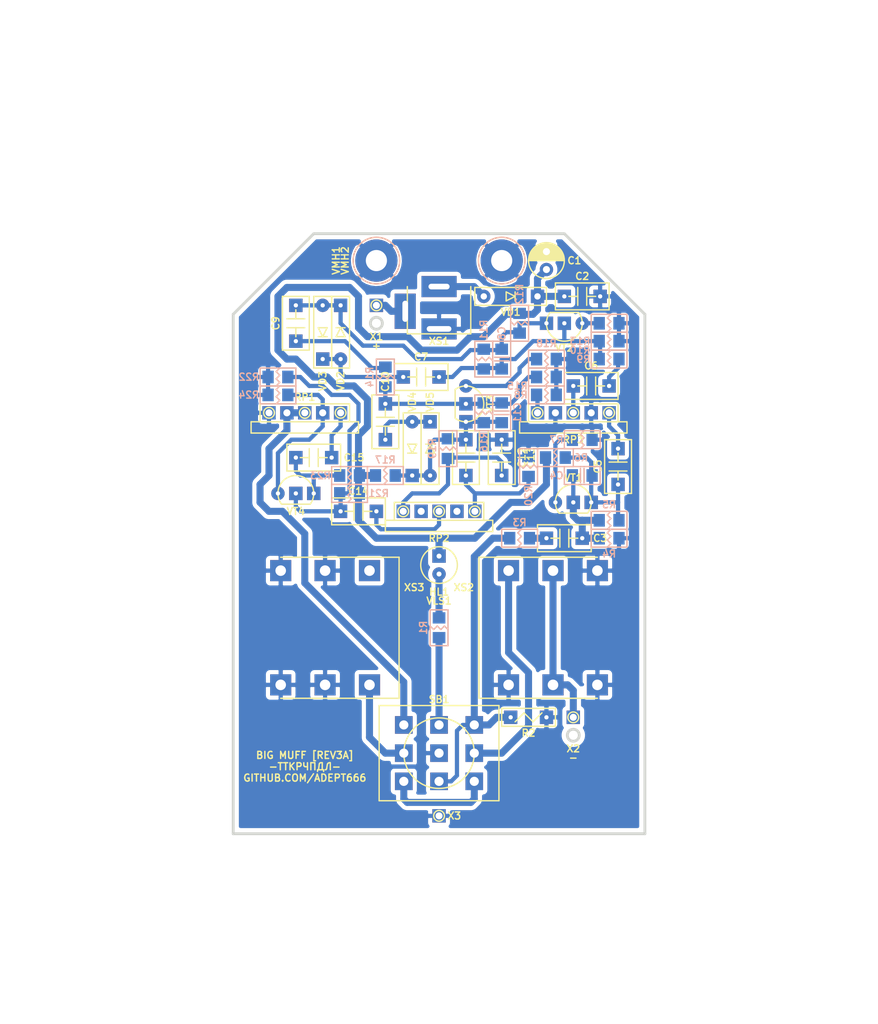
<source format=kicad_pcb>
(kicad_pcb (version 20171130) (host pcbnew 5.1.6-c6e7f7d~87~ubuntu19.10.1)
  (title_block (title "Big Muff (NYC)") (date 2022-10-16) (rev 3A) (company "Igor Ivanov") (comment 1 https://github.com/Adept666) (comment 2 "This project is licensed under GNU General Public License v3.0 or later"))
  (layers (0 F.Cu jumper) (31 B.Cu signal) (36 B.SilkS user) (37 F.SilkS user) (38 B.Mask user) (39 F.Mask user) (44 Edge.Cuts user))
  (net 0 "")
  (net 1 COM)
  (net 2 "Net-(HL1-PadC)")
  (net 3 /LED)
  (net 4 "Net-(SB1-PadNC1)")
  (net 5 /IN-CON)
  (net 6 /OUT-CON)
  (net 7 /PP3-POS)
  (net 8 /PP3-NEG)
  (net 9 "Net-(VD1-PadA)")
  (net 10 "Net-(C3-Pad2)")
  (net 11 "Net-(C4-Pad2)")
  (net 12 "Net-(C5-Pad2)")
  (net 13 "Net-(C6-Pad1)")
  (net 14 "Net-(C6-Pad2)")
  (net 15 "Net-(C7-Pad1)")
  (net 16 "Net-(C7-Pad2)")
  (net 17 "Net-(C8-Pad2)")
  (net 18 "Net-(C9-Pad2)")
  (net 19 "Net-(C10-Pad1)")
  (net 20 "Net-(C10-Pad2)")
  (net 21 "Net-(C11-Pad2)")
  (net 22 "Net-(C12-Pad2)")
  (net 23 "Net-(C13-Pad1)")
  (net 24 "Net-(C14-Pad1)")
  (net 25 "Net-(C14-Pad2)")
  (net 26 "Net-(C15-Pad1)")
  (net 27 "Net-(C15-Pad2)")
  (net 28 "Net-(R8-Pad2)")
  (net 29 "Net-(C3-Pad1)")
  (net 30 V)
  (net 31 /IN-CIR)
  (net 32 /OUT-CIR)
  (net 33 "Net-(XS3-PadTN)")
  (net 34 "Net-(R7-Pad2)")
  (net 35 "Net-(R13-Pad2)")
  (net 36 "Net-(R18-Pad2)")
  (net 37 "Net-(R24-Pad2)")
  (module SBKCL-TH-SL:RPB-20-1x17-1.6-PNL-7.4-2.8 (layer F.Cu) (at 105.41 122.12)
    (fp_text reference RP2 (at 0 15.04) (layer F.SilkS) (effects (font (thickness 0.2))))
    (fp_text value B100K)
    (pad 3 thru_hole rect (at 5.08 11.23) (size 1.9 1.9) (drill 1) (layers B.Cu B.Mask) (net 22 "Net-(C12-Pad2)"))
    (pad NC2 thru_hole rect (at 2.54 11.23) (size 1.9 1.9) (drill 1) (layers B.Cu B.Mask))
    (pad 2 thru_hole rect (at 0 11.23) (size 1.9 1.9) (drill 1) (layers B.Cu B.Mask) (net 24 "Net-(C14-Pad1)"))
    (pad NC1 thru_hole rect (at -2.54 11.23) (size 1.9 1.9) (drill 1) (layers B.Cu B.Mask))
    (pad 1 thru_hole rect (at -5.08 11.23) (size 1.9 1.9) (drill 1) (layers B.Cu B.Mask) (net 23 "Net-(C13-Pad1)"))
  )
  (module SBKCL-TH-SL:RPB-20-1x17-1.6-PNL-7.4-2.8 (layer F.Cu) (at 124.46 108.15)
    (fp_text reference RP3 (at 0 15.04) (layer F.SilkS) (effects (font (thickness 0.2))))
    (fp_text value A100K)
    (pad 3 thru_hole rect (at 5.08 11.23) (size 1.9 1.9) (drill 1) (layers B.Cu B.Mask) (net 12 "Net-(C5-Pad2)"))
    (pad NC2 thru_hole rect (at 2.54 11.23) (size 1.9 1.9) (drill 1) (layers B.Cu B.Mask) (net 1 COM))
    (pad 2 thru_hole rect (at 0 11.23) (size 1.9 1.9) (drill 1) (layers B.Cu B.Mask) (net 13 "Net-(C6-Pad1)"))
    (pad NC1 thru_hole rect (at -2.54 11.23) (size 1.9 1.9) (drill 1) (layers B.Cu B.Mask) (net 1 COM))
    (pad 1 thru_hole rect (at -5.08 11.23) (size 1.9 1.9) (drill 1) (layers B.Cu B.Mask) (net 28 "Net-(R8-Pad2)"))
  )
  (module SBKCL-TH-SL:RPB-20-1x17-1.6-PNL-7.4-2.8 (layer F.Cu) (at 86.36 108.15)
    (fp_text reference RP1 (at 0 9.0075) (layer F.SilkS) (effects (font (thickness 0.2))))
    (fp_text value A100K)
    (pad 3 thru_hole rect (at 5.08 11.23) (size 1.9 1.9) (drill 1) (layers B.Cu B.Mask) (net 27 "Net-(C15-Pad2)"))
    (pad NC2 thru_hole rect (at 2.54 11.23) (size 1.9 1.9) (drill 1) (layers B.Cu B.Mask) (net 37 "Net-(R24-Pad2)"))
    (pad 2 thru_hole rect (at 0 11.23) (size 1.9 1.9) (drill 1) (layers B.Cu B.Mask) (net 32 /OUT-CIR))
    (pad NC1 thru_hole rect (at -2.54 11.23) (size 1.9 1.9) (drill 1) (layers B.Cu B.Mask) (net 32 /OUT-CIR))
    (pad 1 thru_hole rect (at -5.08 11.23) (size 1.9 1.9) (drill 1) (layers B.Cu B.Mask) (net 1 COM))
  )
  (module KCL-TH-SL:CON-PAD-S-1.0-1.9 (layer F.Cu) (at 96.52 104.14)
    (fp_text reference X1 (at 0 4.445) (layer F.SilkS) (effects (font (thickness 0.2))))
    (fp_text value +)
    (pad 1 thru_hole rect (at 0 0) (size 1.9 1.9) (drill 1) (layers B.Cu B.Mask) (net 7 /PP3-POS))
  )
  (module KCL-TH-SL:CON-PAD-S-1.0-1.9 (layer F.Cu) (at 124.46 162.56)
    (fp_text reference X2 (at 0 4.445) (layer F.SilkS) (effects (font (thickness 0.2))))
    (fp_text value -)
    (pad 1 thru_hole rect (at 0 0) (size 1.9 1.9) (drill 1) (layers B.Cu B.Mask) (net 8 /PP3-NEG))
  )
  (module KCL-TH-SL:CON-PAD-S-1.0-1.9 (layer F.Cu) (at 105.41 176.53)
    (fp_text reference X3 (at 1.0795 0) (layer F.SilkS) (effects (font (thickness 0.2)) (justify left)))
    (fp_text value COM)
    (pad 1 thru_hole rect (at 0 0) (size 1.9 1.9) (drill 1) (layers B.Cu B.Mask) (net 1 COM))
  )
  (module KCL-TH-SL:P-TO-92-E-B-C (layer F.Cu) (at 123.19 106.68 180)
    (fp_text reference VT2 (at 0 -3.4925) (layer F.SilkS) (effects (font (thickness 0.2))))
    (fp_text value 5088)
    (pad E thru_hole circle (at -2.54 0 180) (size 1.9 1.9) (drill 0.6) (layers B.Cu B.Mask) (net 35 "Net-(R13-Pad2)"))
    (pad B thru_hole rect (at 0 0 180) (size 1.9 1.9) (drill 0.6) (layers B.Cu B.Mask) (net 15 "Net-(C7-Pad1)"))
    (pad C thru_hole rect (at 2.54 0 180) (size 1.9 1.9) (drill 0.6) (layers B.Cu B.Mask) (net 17 "Net-(C8-Pad2)"))
  )
  (module KCL-TH-SL:P-TO-92-E-B-C (layer F.Cu) (at 109.22 118.11 270)
    (fp_text reference VT3 (at 0 -3.4925 90) (layer F.SilkS) (effects (font (thickness 0.2))))
    (fp_text value 5088)
    (pad E thru_hole circle (at -2.54 0 270) (size 1.9 1.9) (drill 0.6) (layers B.Cu B.Mask) (net 36 "Net-(R18-Pad2)"))
    (pad B thru_hole rect (at 0 0 270) (size 1.9 1.9) (drill 0.6) (layers B.Cu B.Mask) (net 19 "Net-(C10-Pad1)"))
    (pad C thru_hole rect (at 2.54 0 270) (size 1.9 1.9) (drill 0.6) (layers B.Cu B.Mask) (net 21 "Net-(C11-Pad2)"))
  )
  (module KCL-TH-SL:P-TO-92-E-B-C (layer F.Cu) (at 124.46 132.08)
    (fp_text reference VT1 (at 0 -3.4925) (layer F.SilkS) (effects (font (thickness 0.2))))
    (fp_text value 5088)
    (pad C thru_hole rect (at 2.54 0) (size 1.9 1.9) (drill 0.6) (layers B.Cu B.Mask) (net 11 "Net-(C4-Pad2)"))
    (pad B thru_hole rect (at 0 0) (size 1.9 1.9) (drill 0.6) (layers B.Cu B.Mask) (net 10 "Net-(C3-Pad2)"))
    (pad E thru_hole circle (at -2.54 0) (size 1.9 1.9) (drill 0.6) (layers B.Cu B.Mask) (net 34 "Net-(R7-Pad2)"))
  )
  (module KCL-TH-SL:P-TO-92-E-B-C (layer F.Cu) (at 85.09 130.81)
    (fp_text reference VT4 (at 0 2.54) (layer F.SilkS) (effects (font (thickness 0.2))))
    (fp_text value 5088)
    (pad E thru_hole circle (at -2.54 0) (size 1.9 1.9) (drill 0.6) (layers B.Cu B.Mask) (net 37 "Net-(R24-Pad2)"))
    (pad B thru_hole rect (at 0 0) (size 1.9 1.9) (drill 0.6) (layers B.Cu B.Mask) (net 25 "Net-(C14-Pad2)"))
    (pad C thru_hole rect (at 2.54 0) (size 1.9 1.9) (drill 0.6) (layers B.Cu B.Mask) (net 26 "Net-(C15-Pad1)"))
  )
  (module KCL-TH-SL:P-DO-35 (layer F.Cu) (at 88.9 107.95 270)
    (fp_text reference VD3 (at 5.3975 0 90) (layer F.SilkS) (effects (font (thickness 0.2)) (justify right)))
    (fp_text value 6263)
    (pad C thru_hole rect (at 3.81 0 270) (size 1.9 1.9) (drill 0.6) (layers B.Cu B.Mask) (net 16 "Net-(C7-Pad2)"))
    (pad A thru_hole circle (at -3.81 0 270) (size 1.9 1.9) (drill 0.6) (layers B.Cu B.Mask) (net 17 "Net-(C8-Pad2)"))
  )
  (module KCL-TH-SL:P-DO-35 (layer F.Cu) (at 91.44 107.95 90)
    (fp_text reference VD2 (at -5.3975 0 90) (layer F.SilkS) (effects (font (thickness 0.2)) (justify right)))
    (fp_text value 6263)
    (pad C thru_hole rect (at 3.81 0 90) (size 1.9 1.9) (drill 0.6) (layers B.Cu B.Mask) (net 17 "Net-(C8-Pad2)"))
    (pad A thru_hole circle (at -3.81 0 90) (size 1.9 1.9) (drill 0.6) (layers B.Cu B.Mask) (net 16 "Net-(C7-Pad2)"))
  )
  (module KCL-TH-SL:P-DO-35 (layer F.Cu) (at 101.6 124.46 270)
    (fp_text reference VD4 (at -5.08 0 90) (layer F.SilkS) (effects (font (thickness 0.2)) (justify left)))
    (fp_text value 6263)
    (pad C thru_hole rect (at 3.81 0 270) (size 1.9 1.9) (drill 0.6) (layers B.Cu B.Mask) (net 21 "Net-(C11-Pad2)"))
    (pad A thru_hole circle (at -3.81 0 270) (size 1.9 1.9) (drill 0.6) (layers B.Cu B.Mask) (net 20 "Net-(C10-Pad2)"))
  )
  (module KCL-TH-SL:P-DO-35 (layer F.Cu) (at 104.14 124.46 90)
    (fp_text reference VD5 (at 5.08 0 90) (layer F.SilkS) (effects (font (thickness 0.2)) (justify left)))
    (fp_text value 6263)
    (pad C thru_hole rect (at 3.81 0 90) (size 1.9 1.9) (drill 0.6) (layers B.Cu B.Mask) (net 20 "Net-(C10-Pad2)"))
    (pad A thru_hole circle (at -3.81 0 90) (size 1.9 1.9) (drill 0.6) (layers B.Cu B.Mask) (net 21 "Net-(C11-Pad2)"))
  )
  (module KCL-TH-SL:C-DISK-D04.2-T03.0-P05.08-d0.5 (layer F.Cu) (at 125.73 102.87)
    (fp_text reference C2 (at 0 -2.8575) (layer F.SilkS) (effects (font (thickness 0.2))))
    (fp_text value 104)
    (pad 1 thru_hole rect (at -2.54 0) (size 1.9 1.9) (drill 0.6) (layers B.Cu B.Mask) (net 30 V))
    (pad 2 thru_hole rect (at 2.54 0) (size 1.9 1.9) (drill 0.6) (layers B.Cu B.Mask) (net 1 COM))
  )
  (module KCL-TH-SL:C-DISK-D04.2-T03.0-P05.08-d0.5 (layer F.Cu) (at 109.22 125.73 270)
    (fp_text reference C12 (at 0 -7.9375 90) (layer F.SilkS) (effects (font (thickness 0.2))))
    (fp_text value 392)
    (pad 1 thru_hole rect (at -2.54 0 270) (size 1.9 1.9) (drill 0.6) (layers B.Cu B.Mask) (net 21 "Net-(C11-Pad2)"))
    (pad 2 thru_hole rect (at 2.54 0 270) (size 1.9 1.9) (drill 0.6) (layers B.Cu B.Mask) (net 22 "Net-(C12-Pad2)"))
  )
  (module KCL-TH-SL:C-DISK-D04.2-T03.0-P05.08-d0.5 (layer F.Cu) (at 114.3 125.73 90)
    (fp_text reference C13 (at 0 4.1275 90) (layer F.SilkS) (effects (font (thickness 0.2))))
    (fp_text value 103)
    (pad 1 thru_hole rect (at -2.54 0 90) (size 1.9 1.9) (drill 0.6) (layers B.Cu B.Mask) (net 23 "Net-(C13-Pad1)"))
    (pad 2 thru_hole rect (at 2.54 0 90) (size 1.9 1.9) (drill 0.6) (layers B.Cu B.Mask) (net 1 COM))
  )
  (module KCL-TH-SL:C-DISK-D04.2-T03.0-P05.08-d0.5 (layer F.Cu) (at 127 115.57)
    (fp_text reference C6 (at 0 -2.8575) (layer F.SilkS) (effects (font (thickness 0.2))))
    (fp_text value 105)
    (pad 1 thru_hole rect (at -2.54 0) (size 1.9 1.9) (drill 0.6) (layers B.Cu B.Mask) (net 13 "Net-(C6-Pad1)"))
    (pad 2 thru_hole rect (at 2.54 0) (size 1.9 1.9) (drill 0.6) (layers B.Cu B.Mask) (net 14 "Net-(C6-Pad2)"))
  )
  (module KCL-TH-SL:C-DISK-D04.2-T03.0-P05.08-d0.5 (layer F.Cu) (at 130.81 127 90)
    (fp_text reference C5 (at 0 -2.8575 90) (layer F.SilkS) (effects (font (thickness 0.2))))
    (fp_text value 105)
    (pad 2 thru_hole rect (at 2.54 0 90) (size 1.9 1.9) (drill 0.6) (layers B.Cu B.Mask) (net 12 "Net-(C5-Pad2)"))
    (pad 1 thru_hole rect (at -2.54 0 90) (size 1.9 1.9) (drill 0.6) (layers B.Cu B.Mask) (net 11 "Net-(C4-Pad2)"))
  )
  (module KCL-TH-SL:C-DISK-D04.2-T03.0-P05.08-d0.5 (layer F.Cu) (at 123.19 137.16)
    (fp_text reference C3 (at 5.08 0) (layer F.SilkS) (effects (font (thickness 0.2))))
    (fp_text value 105)
    (pad 1 thru_hole rect (at -2.54 0) (size 1.9 1.9) (drill 0.6) (layers B.Cu B.Mask) (net 29 "Net-(C3-Pad1)"))
    (pad 2 thru_hole rect (at 2.54 0) (size 1.9 1.9) (drill 0.6) (layers B.Cu B.Mask) (net 10 "Net-(C3-Pad2)"))
  )
  (module KCL-TH-SL:C-DISK-D04.2-T03.0-P05.08-d0.5 (layer F.Cu) (at 93.98 133.35 180)
    (fp_text reference C14 (at 0 2.8575) (layer F.SilkS) (effects (font (thickness 0.2))))
    (fp_text value 105)
    (pad 2 thru_hole rect (at 2.54 0 180) (size 1.9 1.9) (drill 0.6) (layers B.Cu B.Mask) (net 25 "Net-(C14-Pad2)"))
    (pad 1 thru_hole rect (at -2.54 0 180) (size 1.9 1.9) (drill 0.6) (layers B.Cu B.Mask) (net 24 "Net-(C14-Pad1)"))
  )
  (module KCL-TH-SL:C-DISK-D04.2-T03.0-P05.08-d0.5 (layer F.Cu) (at 87.63 125.73)
    (fp_text reference C15 (at 4.1275 0) (layer F.SilkS) (effects (font (thickness 0.2)) (justify left)))
    (fp_text value 105)
    (pad 1 thru_hole rect (at -2.54 0) (size 1.9 1.9) (drill 0.6) (layers B.Cu B.Mask) (net 26 "Net-(C15-Pad1)"))
    (pad 2 thru_hole rect (at 2.54 0) (size 1.9 1.9) (drill 0.6) (layers B.Cu B.Mask) (net 27 "Net-(C15-Pad2)"))
  )
  (module KCL-TH-SL:C-DISK-D04.2-T03.0-P05.08-d0.5 (layer F.Cu) (at 97.79 120.65 270)
    (fp_text reference C10 (at -4.1275 0 90) (layer F.SilkS) (effects (font (thickness 0.2)) (justify left)))
    (fp_text value 105)
    (pad 1 thru_hole rect (at -2.54 0 270) (size 1.9 1.9) (drill 0.6) (layers B.Cu B.Mask) (net 19 "Net-(C10-Pad1)"))
    (pad 2 thru_hole rect (at 2.54 0 270) (size 1.9 1.9) (drill 0.6) (layers B.Cu B.Mask) (net 20 "Net-(C10-Pad2)"))
  )
  (module KCL-TH-SL:C-DISK-D04.2-T03.0-P05.08-d0.5 (layer F.Cu) (at 102.87 114.3 180)
    (fp_text reference C7 (at 0 2.8575) (layer F.SilkS) (effects (font (thickness 0.2))))
    (fp_text value 105)
    (pad 2 thru_hole rect (at 2.54 0 180) (size 1.9 1.9) (drill 0.6) (layers B.Cu B.Mask) (net 16 "Net-(C7-Pad2)"))
    (pad 1 thru_hole rect (at -2.54 0 180) (size 1.9 1.9) (drill 0.6) (layers B.Cu B.Mask) (net 15 "Net-(C7-Pad1)"))
  )
  (module KCL-TH-SL:C-DISK-D04.2-T03.0-P05.08-d0.5 (layer F.Cu) (at 85.09 106.68 270)
    (fp_text reference C9 (at 0 2.8575 90) (layer F.SilkS) (effects (font (thickness 0.2))))
    (fp_text value 105)
    (pad 1 thru_hole rect (at -2.54 0 270) (size 1.9 1.9) (drill 0.6) (layers B.Cu B.Mask) (net 17 "Net-(C8-Pad2)"))
    (pad 2 thru_hole rect (at 2.54 0 270) (size 1.9 1.9) (drill 0.6) (layers B.Cu B.Mask) (net 18 "Net-(C9-Pad2)"))
  )
  (module SBEL:B013_D1 (layer F.Cu) (at 105.41 148.59)
    (fp_text reference VE1 hide)
    (fp_text value B013 hide)
  )
  (module KCL-TH-SL:P-DO-41 (layer F.Cu) (at 115.57 102.87)
    (fp_text reference VD1 (at 0 2.2225) (layer F.SilkS) (effects (font (thickness 0.2))))
    (fp_text value 5817)
    (pad A thru_hole circle (at -3.81 0) (size 1.9 1.9) (drill 0.9) (layers B.Cu B.Mask) (net 9 "Net-(VD1-PadA)"))
    (pad C thru_hole rect (at 3.81 0) (size 1.9 1.9) (drill 0.9) (layers B.Cu B.Mask) (net 30 V))
  )
  (module KCL-SM:C-SM-1206 (layer B.Cu) (at 114.3 111.76 90)
    (fp_text reference C8 (at 2.54 0 90) (layer B.SilkS) (effects (font (thickness 0.2)) (justify right mirror)))
    (fp_text value 471)
    (pad 2 smd rect (at 1.4 0 90) (size 1.6 1.8) (layers B.Cu B.Mask) (net 17 "Net-(C8-Pad2)"))
    (pad 1 smd rect (at -1.4 0 90) (size 1.6 1.8) (layers B.Cu B.Mask) (net 15 "Net-(C7-Pad1)"))
  )
  (module KCL-SM:C-SM-1206 (layer B.Cu) (at 114.3 119.38 270)
    (fp_text reference C11 (at 0 -2.2225 270) (layer B.SilkS) (effects (font (thickness 0.2)) (justify mirror)))
    (fp_text value 471)
    (pad 2 smd rect (at 1.4 0 270) (size 1.6 1.8) (layers B.Cu B.Mask) (net 21 "Net-(C11-Pad2)"))
    (pad 1 smd rect (at -1.4 0 270) (size 1.6 1.8) (layers B.Cu B.Mask) (net 19 "Net-(C10-Pad1)"))
  )
  (module KCL-SM:C-SM-1206 (layer B.Cu) (at 125.73 128.27)
    (fp_text reference C4 (at -2.54 0) (layer B.SilkS) (effects (font (thickness 0.2)) (justify left mirror)))
    (fp_text value 471)
    (pad 2 smd rect (at 1.4 0) (size 1.6 1.8) (layers B.Cu B.Mask) (net 11 "Net-(C4-Pad2)"))
    (pad 1 smd rect (at -1.4 0) (size 1.6 1.8) (layers B.Cu B.Mask) (net 10 "Net-(C3-Pad2)"))
  )
  (module KCL-SM:R-SM-1206 (layer B.Cu) (at 129.54 134.62)
    (fp_text reference R5 (at 0 -2.2225) (layer B.SilkS) (effects (font (thickness 0.2)) (justify mirror)))
    (fp_text value 514)
    (pad 2 smd rect (at 1.4 0) (size 1.6 1.8) (layers B.Cu B.Mask) (net 11 "Net-(C4-Pad2)"))
    (pad 1 smd rect (at -1.4 0) (size 1.6 1.8) (layers B.Cu B.Mask) (net 10 "Net-(C3-Pad2)"))
  )
  (module KCL-SM:R-SM-1206 (layer B.Cu) (at 129.54 137.16 180)
    (fp_text reference R4 (at 0 -2.2225) (layer B.SilkS) (effects (font (thickness 0.2)) (justify mirror)))
    (fp_text value 104)
    (pad 2 smd rect (at 1.4 0 180) (size 1.6 1.8) (layers B.Cu B.Mask) (net 10 "Net-(C3-Pad2)"))
    (pad 1 smd rect (at -1.4 0 180) (size 1.6 1.8) (layers B.Cu B.Mask) (net 1 COM))
  )
  (module KCL-SM:R-SM-1206 (layer B.Cu) (at 116.84 137.16)
    (fp_text reference R3 (at 0 -2.2225) (layer B.SilkS) (effects (font (thickness 0.2)) (justify mirror)))
    (fp_text value 393)
    (pad 2 smd rect (at 1.4 0) (size 1.6 1.8) (layers B.Cu B.Mask) (net 29 "Net-(C3-Pad1)"))
    (pad 1 smd rect (at -1.4 0) (size 1.6 1.8) (layers B.Cu B.Mask) (net 31 /IN-CIR))
  )
  (module KCL-SM:R-SM-1206 (layer B.Cu) (at 121.92 125.73 180)
    (fp_text reference R6 (at -2.54 0 180) (layer B.SilkS) (effects (font (thickness 0.2)) (justify right mirror)))
    (fp_text value 103)
    (pad 2 smd rect (at 1.4 0 180) (size 1.6 1.8) (layers B.Cu B.Mask) (net 30 V))
    (pad 1 smd rect (at -1.4 0 180) (size 1.6 1.8) (layers B.Cu B.Mask) (net 11 "Net-(C4-Pad2)"))
  )
  (module KCL-SM:R-SM-1206 (layer B.Cu) (at 118.11 127 90)
    (fp_text reference R20 (at -2.54 0 90) (layer B.SilkS) (effects (font (thickness 0.2)) (justify left mirror)))
    (fp_text value 223)
    (pad 2 smd rect (at 1.4 0 90) (size 1.6 1.8) (layers B.Cu B.Mask) (net 1 COM))
    (pad 1 smd rect (at -1.4 0 90) (size 1.6 1.8) (layers B.Cu B.Mask) (net 22 "Net-(C12-Pad2)"))
  )
  (module KCL-SM:R-SM-1206 (layer B.Cu) (at 125.73 123.19 180)
    (fp_text reference R7 (at 2.54 0 180) (layer B.SilkS) (effects (font (thickness 0.2)) (justify left mirror)))
    (fp_text value 101)
    (pad 2 smd rect (at 1.4 0 180) (size 1.6 1.8) (layers B.Cu B.Mask) (net 34 "Net-(R7-Pad2)"))
    (pad 1 smd rect (at -1.4 0 180) (size 1.6 1.8) (layers B.Cu B.Mask) (net 1 COM))
  )
  (module KCL-SM:R-SM-1206 (layer B.Cu) (at 129.54 106.68 180)
    (fp_text reference R13 (at 2.54 -2.54 180) (layer B.SilkS) (effects (font (thickness 0.2)) (justify left mirror)))
    (fp_text value 391)
    (pad 2 smd rect (at 1.4 0 180) (size 1.6 1.8) (layers B.Cu B.Mask) (net 35 "Net-(R13-Pad2)"))
    (pad 1 smd rect (at -1.4 0 180) (size 1.6 1.8) (layers B.Cu B.Mask) (net 1 COM))
  )
  (module KCL-SM:R-SM-1206 (layer B.Cu) (at 129.54 109.22 180)
    (fp_text reference R10 (at 2.54 -1.27) (layer B.SilkS) (effects (font (thickness 0.2)) (justify left mirror)))
    (fp_text value 104)
    (pad 2 smd rect (at 1.4 0 180) (size 1.6 1.8) (layers B.Cu B.Mask) (net 15 "Net-(C7-Pad1)"))
    (pad 1 smd rect (at -1.4 0 180) (size 1.6 1.8) (layers B.Cu B.Mask) (net 1 COM))
  )
  (module KCL-SM:R-SM-1206 (layer B.Cu) (at 129.54 111.76 180)
    (fp_text reference R9 (at 2.54 0) (layer B.SilkS) (effects (font (thickness 0.2)) (justify left mirror)))
    (fp_text value 103)
    (pad 2 smd rect (at 1.4 0 180) (size 1.6 1.8) (layers B.Cu B.Mask) (net 15 "Net-(C7-Pad1)"))
    (pad 1 smd rect (at -1.4 0 180) (size 1.6 1.8) (layers B.Cu B.Mask) (net 14 "Net-(C6-Pad2)"))
  )
  (module KCL-SM:R-SM-1206 (layer B.Cu) (at 120.65 116.84 180)
    (fp_text reference R8 (at 2.54 0) (layer B.SilkS) (effects (font (thickness 0.2)) (justify left mirror)))
    (fp_text value 182)
    (pad 2 smd rect (at 1.4 0 180) (size 1.6 1.8) (layers B.Cu B.Mask) (net 28 "Net-(R8-Pad2)"))
    (pad 1 smd rect (at -1.4 0 180) (size 1.6 1.8) (layers B.Cu B.Mask) (net 1 COM))
  )
  (module KCL-SM:R-SM-1206 (layer B.Cu) (at 120.65 114.3 180)
    (fp_text reference R15 (at 2.54 -1.27) (layer B.SilkS) (effects (font (thickness 0.2)) (justify left mirror)))
    (fp_text value 104)
    (pad 2 smd rect (at 1.4 0 180) (size 1.6 1.8) (layers B.Cu B.Mask) (net 19 "Net-(C10-Pad1)"))
    (pad 1 smd rect (at -1.4 0 180) (size 1.6 1.8) (layers B.Cu B.Mask) (net 1 COM))
  )
  (module KCL-SM:R-SM-1206 (layer B.Cu) (at 120.65 111.76 180)
    (fp_text reference R18 (at 0 2.2225 180) (layer B.SilkS) (effects (font (thickness 0.2)) (justify mirror)))
    (fp_text value 391)
    (pad 2 smd rect (at 1.4 0 180) (size 1.6 1.8) (layers B.Cu B.Mask) (net 36 "Net-(R18-Pad2)"))
    (pad 1 smd rect (at -1.4 0 180) (size 1.6 1.8) (layers B.Cu B.Mask) (net 1 COM))
  )
  (module KCL-SM:R-SM-1206 (layer B.Cu) (at 116.84 106.68 90)
    (fp_text reference R12 (at 2.54 0 90) (layer B.SilkS) (effects (font (thickness 0.2)) (justify right mirror)))
    (fp_text value 103)
    (pad 2 smd rect (at 1.4 0 90) (size 1.6 1.8) (layers B.Cu B.Mask) (net 30 V))
    (pad 1 smd rect (at -1.4 0 90) (size 1.6 1.8) (layers B.Cu B.Mask) (net 17 "Net-(C8-Pad2)"))
  )
  (module KCL-SM:R-SM-1206 (layer B.Cu) (at 111.76 111.76 90)
    (fp_text reference R11 (at 2.54 0 90) (layer B.SilkS) (effects (font (thickness 0.2)) (justify right mirror)))
    (fp_text value 474)
    (pad 2 smd rect (at 1.4 0 90) (size 1.6 1.8) (layers B.Cu B.Mask) (net 17 "Net-(C8-Pad2)"))
    (pad 1 smd rect (at -1.4 0 90) (size 1.6 1.8) (layers B.Cu B.Mask) (net 15 "Net-(C7-Pad1)"))
  )
  (module KCL-SM:R-SM-1206 (layer B.Cu) (at 111.76 119.38 270)
    (fp_text reference R16 (at 2.54 0 90) (layer B.SilkS) (effects (font (thickness 0.2)) (justify left mirror)))
    (fp_text value 474)
    (pad 2 smd rect (at 1.4 0 270) (size 1.6 1.8) (layers B.Cu B.Mask) (net 21 "Net-(C11-Pad2)"))
    (pad 1 smd rect (at -1.4 0 270) (size 1.6 1.8) (layers B.Cu B.Mask) (net 19 "Net-(C10-Pad1)"))
  )
  (module KCL-SM:R-SM-1206 (layer B.Cu) (at 97.79 114.3 270)
    (fp_text reference R14 (at 0 2.2225 90) (layer B.SilkS) (effects (font (thickness 0.2)) (justify mirror)))
    (fp_text value 103)
    (pad 2 smd rect (at 1.4 0 270) (size 1.6 1.8) (layers B.Cu B.Mask) (net 19 "Net-(C10-Pad1)"))
    (pad 1 smd rect (at -1.4 0 270) (size 1.6 1.8) (layers B.Cu B.Mask) (net 18 "Net-(C9-Pad2)"))
  )
  (module KCL-SM:R-SM-1206 (layer B.Cu) (at 106.68 124.46 270)
    (fp_text reference R19 (at 0 2.2225 270) (layer B.SilkS) (effects (font (thickness 0.2)) (justify mirror)))
    (fp_text value 223)
    (pad 2 smd rect (at 1.4 0 270) (size 1.6 1.8) (layers B.Cu B.Mask) (net 23 "Net-(C13-Pad1)"))
    (pad 1 smd rect (at -1.4 0 270) (size 1.6 1.8) (layers B.Cu B.Mask) (net 21 "Net-(C11-Pad2)"))
  )
  (module KCL-SM:R-SM-1206 (layer B.Cu) (at 97.79 128.27 180)
    (fp_text reference R17 (at 0 2.2225) (layer B.SilkS) (effects (font (thickness 0.2)) (justify mirror)))
    (fp_text value 103)
    (pad 1 smd rect (at -1.4 0 180) (size 1.6 1.8) (layers B.Cu B.Mask) (net 21 "Net-(C11-Pad2)"))
    (pad 2 smd rect (at 1.4 0 180) (size 1.6 1.8) (layers B.Cu B.Mask) (net 30 V))
  )
  (module KCL-SM:R-SM-1206 (layer B.Cu) (at 92.71 128.27)
    (fp_text reference R23 (at -2.54 0) (layer B.SilkS) (effects (font (thickness 0.2)) (justify left mirror)))
    (fp_text value 103)
    (pad 2 smd rect (at 1.4 0) (size 1.6 1.8) (layers B.Cu B.Mask) (net 30 V))
    (pad 1 smd rect (at -1.4 0) (size 1.6 1.8) (layers B.Cu B.Mask) (net 26 "Net-(C15-Pad1)"))
  )
  (module KCL-SM:R-SM-1206 (layer B.Cu) (at 92.71 130.81)
    (fp_text reference R21 (at 2.54 0) (layer B.SilkS) (effects (font (thickness 0.2)) (justify right mirror)))
    (fp_text value 474)
    (pad 2 smd rect (at 1.4 0) (size 1.6 1.8) (layers B.Cu B.Mask) (net 30 V))
    (pad 1 smd rect (at -1.4 0) (size 1.6 1.8) (layers B.Cu B.Mask) (net 25 "Net-(C14-Pad2)"))
  )
  (module KCL-SM:R-SM-1206 (layer B.Cu) (at 82.55 114.3)
    (fp_text reference R22 (at -2.54 0) (layer B.SilkS) (effects (font (thickness 0.2)) (justify left mirror)))
    (fp_text value 104)
    (pad 2 smd rect (at 1.4 0) (size 1.6 1.8) (layers B.Cu B.Mask) (net 25 "Net-(C14-Pad2)"))
    (pad 1 smd rect (at -1.4 0) (size 1.6 1.8) (layers B.Cu B.Mask) (net 1 COM))
  )
  (module KCL-SM:R-SM-1206 (layer B.Cu) (at 82.55 116.84)
    (fp_text reference R24 (at -2.54 0) (layer B.SilkS) (effects (font (thickness 0.2)) (justify left mirror)))
    (fp_text value 202)
    (pad 2 smd rect (at 1.4 0) (size 1.6 1.8) (layers B.Cu B.Mask) (net 37 "Net-(R24-Pad2)"))
    (pad 1 smd rect (at -1.4 0) (size 1.6 1.8) (layers B.Cu B.Mask) (net 1 COM))
  )
  (module KCL-TH-SL:R-MFR-12 (layer F.Cu) (at 118.11 162.56 180)
    (fp_text reference R2 (at 0 -2.2225) (layer F.SilkS) (effects (font (thickness 0.2))))
    (fp_text value 105)
    (pad 2 thru_hole rect (at 2.54 0 180) (size 1.9 1.9) (drill 0.6) (layers B.Cu B.Mask) (net 31 /IN-CIR))
    (pad 1 thru_hole rect (at -2.54 0 180) (size 1.9 1.9) (drill 0.6) (layers B.Cu B.Mask) (net 1 COM))
  )
  (module KCL-SM:R-SM-1206 (layer B.Cu) (at 105.41 149.86 90)
    (fp_text reference R1 (at 0 -2.2225 90) (layer B.SilkS) (effects (font (thickness 0.2)) (justify mirror)))
    (fp_text value 103)
    (pad 2 smd rect (at 1.4 0 90) (size 1.6 1.8) (layers B.Cu B.Mask) (net 2 "Net-(HL1-PadC)"))
    (pad 1 smd rect (at -1.4 0 90) (size 1.6 1.8) (layers B.Cu B.Mask) (net 3 /LED))
  )
  (module KCL-TH-SL:CP-RADIAL-D05.0-P02.0-CLS (layer F.Cu) (at 120.65 97.79 90)
    (fp_text reference C1 (at 0 2.8575 180) (layer F.SilkS) (effects (font (thickness 0.2)) (justify left)))
    (fp_text value 106)
    (pad + thru_hole circle (at -1.27 0 90) (size 1.9 1.9) (drill 1) (layers B.Cu B.Mask) (net 30 V))
    (pad - thru_hole rect (at 1.27 0 90) (size 1.9 1.9) (drill 1) (layers B.Cu B.Mask) (net 1 COM))
  )
  (module KCL-VIRTUAL:VLS-BR (layer F.Cu) (at 105.41 140.97)
    (fp_text reference VLS1 (at 0 5.08) (layer F.SilkS) (effects (font (thickness 0.2))))
    (fp_text value BR-17.8)
  )
  (module KCL-TH-SL:LED-ROUND-05.0-UNI-SH-SPACER-PNL-5.3 (layer F.Cu) (at 105.41 140.97 90)
    (fp_text reference HL1 (at -3.81 0 180) (layer F.SilkS) (effects (font (thickness 0.2))))
    (fp_text value FYL-5013UWC)
    (pad C thru_hole circle (at -1.27 0 90) (size 1.9 1.9) (drill 0.7) (layers B.Cu B.Mask) (net 2 "Net-(HL1-PadC)"))
    (pad A thru_hole rect (at 1.27 0 90) (size 1.9 1.9) (drill 0.7) (layers B.Cu B.Mask) (net 30 V))
  )
  (module KCL-TH-SL:SW-PBS-24-302SP-2.5-PNL-13.0 (layer F.Cu) (at 105.41 167.64)
    (fp_text reference SB1 (at 0 -7.62) (layer F.SilkS) (effects (font (thickness 0.2))))
    (fp_text value PBS-24-302SP)
    (pad COM3 thru_hole rect (at 5 0) (size 2.5 2.5) (drill 1.3) (layers B.Cu B.Mask) (net 5 /IN-CON))
    (pad NC3 thru_hole rect (at 5 4) (size 2.5 2.5) (drill 1.3) (layers B.Cu B.Mask) (net 4 "Net-(SB1-PadNC1)"))
    (pad NO3 thru_hole rect (at 5 -4) (size 2.5 2.5) (drill 1.3) (layers B.Cu B.Mask) (net 31 /IN-CIR))
    (pad COM2 thru_hole rect (at 0 0) (size 2.5 2.5) (drill 1.3) (layers B.Cu B.Mask) (net 1 COM))
    (pad NC2 thru_hole rect (at 0 4) (size 2.5 2.5) (drill 1.3) (layers B.Cu B.Mask) (net 31 /IN-CIR))
    (pad NO2 thru_hole rect (at 0 -4) (size 2.5 2.5) (drill 1.3) (layers B.Cu B.Mask) (net 3 /LED))
    (pad NO1 thru_hole rect (at -5 -4) (size 2.5 2.5) (drill 1.3) (layers B.Cu B.Mask) (net 32 /OUT-CIR))
    (pad COM1 thru_hole rect (at -5 0) (size 2.5 2.5) (drill 1.3) (layers B.Cu B.Mask) (net 6 /OUT-CON))
    (pad NC1 thru_hole rect (at -5 4) (size 2.5 2.5) (drill 1.3) (layers B.Cu B.Mask) (net 4 "Net-(SB1-PadNC1)"))
  )
  (module KCL-TH-SL:CON-PJ-644C (layer F.Cu) (at 78.74 149.86 270)
    (fp_text reference XS3 (at -5.715 -21.59) (layer F.SilkS) (effects (font (thickness 0.2)) (justify left)))
    (fp_text value PJ-644C)
    (pad TN thru_hole rect (at -8.1 -16.8 270) (size 3 3) (drill 1.5) (layers B.Cu B.Mask) (net 33 "Net-(XS3-PadTN)"))
    (pad RN thru_hole rect (at -8.1 -10.5 270) (size 3 3) (drill 1.5) (layers B.Cu B.Mask) (net 1 COM))
    (pad SN thru_hole rect (at -8.1 -4.2 270) (size 3 3) (drill 1.5) (layers B.Cu B.Mask) (net 1 COM))
    (pad T thru_hole rect (at 8.1 -16.8 270) (size 3 3) (drill 1.5) (layers B.Cu B.Mask) (net 6 /OUT-CON))
    (pad R thru_hole rect (at 8.1 -10.5 270) (size 3 3) (drill 1.5) (layers B.Cu B.Mask) (net 1 COM))
    (pad S thru_hole rect (at 8.1 -4.2 270) (size 3 3) (drill 1.5) (layers B.Cu B.Mask) (net 1 COM))
  )
  (module KCL-TH-SL:CON-PJ-644C (layer F.Cu) (at 132.08 149.86 90)
    (fp_text reference XS2 (at 5.715 -21.59 180) (layer F.SilkS) (effects (font (thickness 0.2)) (justify right)))
    (fp_text value PJ-644C)
    (pad TN thru_hole rect (at -8.1 -16.8 90) (size 3 3) (drill 1.5) (layers B.Cu B.Mask) (net 1 COM))
    (pad RN thru_hole rect (at -8.1 -10.5 90) (size 3 3) (drill 1.5) (layers B.Cu B.Mask) (net 8 /PP3-NEG))
    (pad SN thru_hole rect (at -8.1 -4.2 90) (size 3 3) (drill 1.5) (layers B.Cu B.Mask) (net 1 COM))
    (pad T thru_hole rect (at 8.1 -16.8 90) (size 3 3) (drill 1.5) (layers B.Cu B.Mask) (net 5 /IN-CON))
    (pad R thru_hole rect (at 8.1 -10.5 90) (size 3 3) (drill 1.5) (layers B.Cu B.Mask) (net 8 /PP3-NEG))
    (pad S thru_hole rect (at 8.1 -4.2 90) (size 3 3) (drill 1.5) (layers B.Cu B.Mask) (net 1 COM))
  )
  (module KCL-TH-SL:CON-DC-005 (layer F.Cu) (at 105.41 93.98 180)
    (fp_text reference XS1 (at 0 -15.24) (layer F.SilkS) (effects (font (thickness 0.2))))
    (fp_text value DC-005)
    (pad C thru_hole rect (at 0 -13.5 180) (size 5 3) (drill oval 3.5 0.8) (layers B.Cu B.Mask) (net 1 COM))
    (pad SN thru_hole rect (at 4.8 -11 180) (size 3 5) (drill oval 0.8 3) (layers B.Cu B.Mask) (net 7 /PP3-POS))
    (pad S thru_hole rect (at 0 -7.5 180) (size 5 3) (drill oval 3 0.8) (layers B.Cu B.Mask) (net 9 "Net-(VD1-PadA)"))
  )
  (module KCL-TH-SL:VMH-STA-DA5-PNL-3.0 (layer F.Cu) (at 114.3 97.79)
    (fp_text reference VMH2 (at -22.225 0 90) (layer F.SilkS) (effects (font (thickness 0.2))))
    (fp_text value DI5M3x20)
    (pad 0 thru_hole circle (at 0 0) (size 6 6) (drill 3) (layers B.Cu B.Mask) (net 1 COM))
  )
  (module KCL-TH-SL:VMH-STA-DA5-PNL-3.0 (layer F.Cu) (at 96.52 97.79)
    (fp_text reference VMH1 (at -5.715 0 90) (layer F.SilkS) (effects (font (thickness 0.2))))
    (fp_text value DI5M3x20)
    (pad 0 thru_hole circle (at 0 0) (size 6 6) (drill 3) (layers B.Cu B.Mask) (net 1 COM))
  )
  (module KCL:B-PP3-HV (layer F.Cu) (at 105.41 187.96)
    (fp_text reference GB1 hide)
    (fp_text value PP3 hide)
  )
  (gr_text - (at 124.46 168.275) (layer F.SilkS) (effects (font (size 1 1) (thickness 0.2))))
  (gr_text + (at 96.52 109.855) (layer F.SilkS) (effects (font (size 1 1) (thickness 0.2))))
  (gr_text "BIG MUFF [REV3A]\n-ТТКРЧПДЛ-\nGITHUB.COM/ADEPT666" (at 86.36 169.545) (layer F.SilkS) (effects (font (size 1 1) (thickness 0.2))))
  (gr_circle (center 124.46 165.1) (end 125.31 165.1) (layer Edge.Cuts) (width 0.4))
  (gr_circle (center 96.52 106.68) (end 97.37 106.68) (layer Edge.Cuts) (width 0.4))
  (gr_line (start 123.19 93.98) (end 134.62 105.41) (layer Edge.Cuts) (width 0.4))
  (gr_line (start 76.2 105.41) (end 87.63 93.98) (layer Edge.Cuts) (width 0.4))
  (gr_line (start 134.62 105.41) (end 134.62 179.07) (layer Edge.Cuts) (width 0.4))
  (gr_line (start 76.2 105.41) (end 76.2 179.07) (layer Edge.Cuts) (width 0.4))
  (gr_line (start 76.2 179.07) (end 134.62 179.07) (layer Edge.Cuts) (width 0.4))
  (gr_line (start 87.63 93.98) (end 123.19 93.98) (layer Edge.Cuts) (width 0.4))
  (segment (start 98.425 169.545) (end 102.235 169.545) (width 0.6) (layer B.Cu) (net 1))
  (segment (start 105.41 148.46) (end 105.41 142.24) (width 1) (layer B.Cu) (net 2))
  (segment (start 105.41 163.64) (end 105.41 151.26) (width 1) (layer B.Cu) (net 3))
  (segment (start 110.41 174.14) (end 110.41 171.64) (width 1) (layer B.Cu) (net 4))
  (segment (start 109.925 174.625) (end 110.41 174.14) (width 1) (layer B.Cu) (net 4))
  (segment (start 100.895 174.625) (end 109.925 174.625) (width 1) (layer B.Cu) (net 4))
  (segment (start 100.41 174.14) (end 100.895 174.625) (width 1) (layer B.Cu) (net 4))
  (segment (start 100.41 171.64) (end 100.41 174.14) (width 1) (layer B.Cu) (net 4))
  (segment (start 114.3 167.64) (end 110.41 167.64) (width 1) (layer B.Cu) (net 5))
  (segment (start 118.11 163.83) (end 114.3 167.64) (width 1) (layer B.Cu) (net 5))
  (segment (start 118.11 156.21) (end 118.11 163.83) (width 1) (layer B.Cu) (net 5))
  (segment (start 115.28 153.38) (end 118.11 156.21) (width 1) (layer B.Cu) (net 5))
  (segment (start 115.28 141.76) (end 115.28 153.38) (width 1) (layer B.Cu) (net 5))
  (segment (start 100.41 167.64) (end 97.79 167.64) (width 1) (layer B.Cu) (net 6))
  (segment (start 95.54 165.39) (end 97.79 167.64) (width 1) (layer B.Cu) (net 6))
  (segment (start 95.54 157.96) (end 95.54 165.39) (width 1) (layer B.Cu) (net 6))
  (segment (start 100.61 104.98) (end 98.63 104.98) (width 1) (layer B.Cu) (net 7))
  (segment (start 98.63 104.98) (end 97.79 104.14) (width 1) (layer B.Cu) (net 7))
  (segment (start 97.79 104.14) (end 96.52 104.14) (width 1) (layer B.Cu) (net 7))
  (segment (start 121.58 141.76) (end 121.58 157.96) (width 1) (layer B.Cu) (net 8))
  (segment (start 124.46 158.75) (end 124.46 162.56) (width 1) (layer B.Cu) (net 8))
  (segment (start 123.67 157.96) (end 124.46 158.75) (width 1) (layer B.Cu) (net 8))
  (segment (start 121.58 157.96) (end 123.67 157.96) (width 1) (layer B.Cu) (net 8))
  (segment (start 105.41 101.48) (end 110.37 101.48) (width 1) (layer B.Cu) (net 9))
  (segment (start 110.37 101.48) (end 111.76 102.87) (width 1) (layer B.Cu) (net 9))
  (segment (start 124.46 128.27) (end 124.46 132.08) (width 0.6) (layer B.Cu) (net 10))
  (segment (start 128.14 137.16) (end 125.73 137.16) (width 1) (layer B.Cu) (net 10))
  (segment (start 125.73 134.62) (end 125.73 137.16) (width 1) (layer B.Cu) (net 10))
  (segment (start 128.14 134.62) (end 125.73 134.62) (width 1) (layer B.Cu) (net 10))
  (segment (start 124.46 133.985) (end 125.095 134.62) (width 1) (layer B.Cu) (net 10))
  (segment (start 124.46 132.08) (end 124.46 133.985) (width 1) (layer B.Cu) (net 10))
  (segment (start 125.095 134.62) (end 125.73 134.62) (width 1) (layer B.Cu) (net 10))
  (segment (start 127 132.08) (end 130.81 132.08) (width 0.6) (layer B.Cu) (net 11))
  (segment (start 130.81 132.08) (end 130.81 129.54) (width 0.6) (layer B.Cu) (net 11))
  (segment (start 130.81 132.08) (end 130.81 134.62) (width 0.6) (layer B.Cu) (net 11))
  (segment (start 127 126.365) (end 127 132.08) (width 0.6) (layer B.Cu) (net 11))
  (segment (start 126.365 125.73) (end 127 126.365) (width 0.6) (layer B.Cu) (net 11))
  (segment (start 123.32 125.73) (end 126.365 125.73) (width 0.6) (layer B.Cu) (net 11))
  (segment (start 130.81 122.555) (end 130.81 124.46) (width 0.6) (layer B.Cu) (net 12))
  (segment (start 129.54 121.285) (end 130.81 122.555) (width 0.6) (layer B.Cu) (net 12))
  (segment (start 129.54 119.38) (end 129.54 121.285) (width 0.6) (layer B.Cu) (net 12))
  (segment (start 124.46 115.57) (end 124.46 119.38) (width 0.6) (layer B.Cu) (net 13))
  (segment (start 129.54 115.57) (end 129.54 114.3) (width 0.6) (layer B.Cu) (net 14))
  (segment (start 129.54 114.3) (end 130.81 113.03) (width 0.6) (layer B.Cu) (net 14))
  (segment (start 130.81 113.03) (end 130.81 111.76) (width 0.6) (layer B.Cu) (net 14))
  (segment (start 108.585 113.03) (end 111.76 113.03) (width 0.6) (layer B.Cu) (net 15))
  (segment (start 111.76 113.03) (end 114.3 113.03) (width 0.6) (layer B.Cu) (net 15))
  (segment (start 128.27 109.22) (end 128.27 111.76) (width 0.6) (layer B.Cu) (net 15))
  (segment (start 128.14 109.22) (end 123.19 109.22) (width 0.6) (layer B.Cu) (net 15))
  (segment (start 123.19 106.68) (end 123.19 109.22) (width 0.6) (layer B.Cu) (net 15))
  (segment (start 118.745 109.22) (end 123.19 109.22) (width 0.6) (layer B.Cu) (net 15))
  (segment (start 116.205 111.76) (end 118.745 109.22) (width 0.6) (layer B.Cu) (net 15))
  (segment (start 114.3 111.76) (end 116.205 111.76) (width 0.6) (layer B.Cu) (net 15))
  (segment (start 114.3 113.03) (end 114.3 111.76) (width 0.6) (layer B.Cu) (net 15))
  (segment (start 107.315 114.3) (end 108.585 113.03) (width 0.6) (layer B.Cu) (net 15))
  (segment (start 105.41 114.3) (end 107.315 114.3) (width 0.6) (layer B.Cu) (net 15))
  (segment (start 88.9 111.76) (end 91.44 111.76) (width 0.6) (layer B.Cu) (net 16))
  (segment (start 91.44 111.76) (end 91.44 113.665) (width 0.6) (layer B.Cu) (net 16))
  (segment (start 91.44 113.665) (end 92.075 114.3) (width 0.6) (layer B.Cu) (net 16))
  (segment (start 92.075 114.3) (end 100.33 114.3) (width 0.6) (layer B.Cu) (net 16))
  (segment (start 109.855 110.49) (end 111.76 110.49) (width 0.6) (layer B.Cu) (net 17))
  (segment (start 111.76 110.49) (end 114.3 110.49) (width 0.6) (layer B.Cu) (net 17))
  (segment (start 91.44 104.14) (end 88.9 104.14) (width 0.6) (layer B.Cu) (net 17))
  (segment (start 85.09 104.14) (end 88.9 104.14) (width 0.6) (layer B.Cu) (net 17))
  (segment (start 114.3 110.49) (end 114.3 108.585) (width 0.6) (layer B.Cu) (net 17))
  (segment (start 94.615 109.855) (end 91.44 106.68) (width 0.6) (layer B.Cu) (net 17))
  (segment (start 100.33 109.855) (end 94.615 109.855) (width 0.6) (layer B.Cu) (net 17))
  (segment (start 102.235 111.76) (end 100.33 109.855) (width 0.6) (layer B.Cu) (net 17))
  (segment (start 91.44 106.68) (end 91.44 104.14) (width 0.6) (layer B.Cu) (net 17))
  (segment (start 108.585 111.76) (end 102.235 111.76) (width 0.6) (layer B.Cu) (net 17))
  (segment (start 109.855 110.49) (end 108.585 111.76) (width 0.6) (layer B.Cu) (net 17))
  (segment (start 114.935 107.95) (end 114.3 108.585) (width 0.6) (layer B.Cu) (net 17))
  (segment (start 116.84 107.95) (end 114.935 107.95) (width 0.6) (layer B.Cu) (net 17))
  (segment (start 116.84 106.68) (end 116.84 107.95) (width 0.6) (layer B.Cu) (net 17))
  (segment (start 120.65 106.68) (end 116.84 106.68) (width 0.6) (layer B.Cu) (net 17))
  (segment (start 95.885 113.03) (end 97.79 113.03) (width 0.6) (layer B.Cu) (net 18))
  (segment (start 92.075 109.22) (end 95.885 113.03) (width 0.6) (layer B.Cu) (net 18))
  (segment (start 85.09 109.22) (end 92.075 109.22) (width 0.6) (layer B.Cu) (net 18))
  (segment (start 114.3 118.11) (end 115.57 118.11) (width 0.6) (layer B.Cu) (net 19))
  (segment (start 111.76 118.11) (end 114.3 118.11) (width 0.6) (layer B.Cu) (net 19))
  (segment (start 109.22 118.11) (end 111.76 118.11) (width 0.6) (layer B.Cu) (net 19))
  (segment (start 97.79 115.7) (end 97.79 118.11) (width 0.6) (layer B.Cu) (net 19))
  (segment (start 97.79 118.11) (end 109.22 118.11) (width 0.6) (layer B.Cu) (net 19))
  (segment (start 118.11 114.3) (end 119.25 114.3) (width 0.6) (layer B.Cu) (net 19))
  (segment (start 116.84 115.57) (end 118.11 114.3) (width 0.6) (layer B.Cu) (net 19))
  (segment (start 116.84 116.84) (end 116.84 115.57) (width 0.6) (layer B.Cu) (net 19))
  (segment (start 115.57 118.11) (end 116.84 116.84) (width 0.6) (layer B.Cu) (net 19))
  (segment (start 101.6 120.65) (end 104.14 120.65) (width 0.6) (layer B.Cu) (net 20))
  (segment (start 98.425 120.65) (end 101.6 120.65) (width 0.6) (layer B.Cu) (net 20))
  (segment (start 97.79 121.285) (end 98.425 120.65) (width 0.6) (layer B.Cu) (net 20))
  (segment (start 97.79 123.19) (end 97.79 121.285) (width 0.6) (layer B.Cu) (net 20))
  (segment (start 109.22 120.65) (end 109.22 123.19) (width 0.6) (layer B.Cu) (net 21))
  (segment (start 101.6 128.27) (end 104.14 128.27) (width 0.6) (layer B.Cu) (net 21))
  (segment (start 99.19 128.27) (end 101.6 128.27) (width 0.6) (layer B.Cu) (net 21))
  (segment (start 106.68 123.19) (end 109.22 123.19) (width 0.6) (layer B.Cu) (net 21))
  (segment (start 104.775 123.19) (end 106.68 123.19) (width 0.6) (layer B.Cu) (net 21))
  (segment (start 104.14 123.825) (end 104.775 123.19) (width 0.6) (layer B.Cu) (net 21))
  (segment (start 104.14 128.27) (end 104.14 123.825) (width 0.6) (layer B.Cu) (net 21))
  (segment (start 111.76 120.65) (end 114.3 120.65) (width 0.6) (layer B.Cu) (net 21))
  (segment (start 109.22 120.65) (end 111.76 120.65) (width 0.6) (layer B.Cu) (net 21))
  (segment (start 109.22 128.27) (end 109.22 129.54) (width 0.6) (layer B.Cu) (net 22))
  (segment (start 109.22 129.54) (end 110.49 130.81) (width 0.6) (layer B.Cu) (net 22))
  (segment (start 116.84 130.81) (end 110.49 130.81) (width 0.6) (layer B.Cu) (net 22))
  (segment (start 116.84 130.81) (end 118.11 129.54) (width 0.6) (layer B.Cu) (net 22))
  (segment (start 118.11 128.4) (end 118.11 129.54) (width 0.6) (layer B.Cu) (net 22))
  (segment (start 110.49 130.81) (end 110.49 133.35) (width 0.6) (layer B.Cu) (net 22))
  (segment (start 100.33 132.08) (end 100.33 133.35) (width 0.6) (layer B.Cu) (net 23))
  (segment (start 101.6 130.81) (end 100.33 132.08) (width 0.6) (layer B.Cu) (net 23))
  (segment (start 106.68 129.54) (end 105.41 130.81) (width 0.6) (layer B.Cu) (net 23))
  (segment (start 113.665 125.73) (end 106.68 125.73) (width 0.6) (layer B.Cu) (net 23))
  (segment (start 114.3 126.365) (end 113.665 125.73) (width 0.6) (layer B.Cu) (net 23))
  (segment (start 105.41 130.81) (end 101.6 130.81) (width 0.6) (layer B.Cu) (net 23))
  (segment (start 106.68 125.73) (end 106.68 129.54) (width 0.6) (layer B.Cu) (net 23))
  (segment (start 114.3 128.27) (end 114.3 126.365) (width 0.6) (layer B.Cu) (net 23))
  (segment (start 105.41 135.255) (end 105.41 133.35) (width 0.6) (layer B.Cu) (net 24))
  (segment (start 104.775 135.89) (end 105.41 135.255) (width 0.6) (layer B.Cu) (net 24))
  (segment (start 97.155 135.89) (end 104.775 135.89) (width 0.6) (layer B.Cu) (net 24))
  (segment (start 96.52 135.255) (end 97.155 135.89) (width 0.6) (layer B.Cu) (net 24))
  (segment (start 96.52 133.35) (end 96.52 135.255) (width 0.6) (layer B.Cu) (net 24))
  (segment (start 91.44 133.35) (end 91.44 130.81) (width 0.6) (layer B.Cu) (net 25))
  (segment (start 85.09 132.715) (end 85.725 133.35) (width 0.6) (layer B.Cu) (net 25))
  (segment (start 85.725 133.35) (end 91.44 133.35) (width 0.6) (layer B.Cu) (net 25))
  (segment (start 85.09 130.81) (end 85.09 132.715) (width 0.6) (layer B.Cu) (net 25))
  (segment (start 92.71 130.81) (end 91.31 130.81) (width 0.6) (layer B.Cu) (net 25))
  (segment (start 92.71 121.92) (end 92.71 130.81) (width 0.6) (layer B.Cu) (net 25))
  (segment (start 93.98 120.65) (end 92.71 121.92) (width 0.6) (layer B.Cu) (net 25))
  (segment (start 93.98 118.11) (end 93.98 120.65) (width 0.6) (layer B.Cu) (net 25))
  (segment (start 90.17 116.84) (end 92.71 116.84) (width 0.6) (layer B.Cu) (net 25))
  (segment (start 92.71 116.84) (end 93.98 118.11) (width 0.6) (layer B.Cu) (net 25))
  (segment (start 88.9 115.57) (end 90.17 116.84) (width 0.6) (layer B.Cu) (net 25))
  (segment (start 86.995 115.57) (end 88.9 115.57) (width 0.6) (layer B.Cu) (net 25))
  (segment (start 85.725 114.3) (end 86.995 115.57) (width 0.6) (layer B.Cu) (net 25))
  (segment (start 83.95 114.3) (end 85.725 114.3) (width 0.6) (layer B.Cu) (net 25))
  (segment (start 91.31 128.27) (end 87.63 128.27) (width 0.6) (layer B.Cu) (net 26))
  (segment (start 87.63 130.81) (end 87.63 128.27) (width 0.6) (layer B.Cu) (net 26))
  (segment (start 85.725 128.27) (end 87.63 128.27) (width 0.6) (layer B.Cu) (net 26))
  (segment (start 85.09 127.635) (end 85.725 128.27) (width 0.6) (layer B.Cu) (net 26))
  (segment (start 85.09 125.73) (end 85.09 127.635) (width 0.6) (layer B.Cu) (net 26))
  (segment (start 90.17 122.555) (end 91.44 121.285) (width 0.6) (layer B.Cu) (net 27))
  (segment (start 91.44 121.285) (end 91.44 119.38) (width 0.6) (layer B.Cu) (net 27))
  (segment (start 90.17 125.73) (end 90.17 122.555) (width 0.6) (layer B.Cu) (net 27))
  (segment (start 119.25 119.25) (end 119.38 119.38) (width 0.6) (layer B.Cu) (net 28))
  (segment (start 119.38 119.38) (end 119.38 116.84) (width 0.6) (layer B.Cu) (net 28))
  (segment (start 118.24 137.16) (end 120.65 137.16) (width 1) (layer B.Cu) (net 29))
  (segment (start 93.98 134.62) (end 93.98 130.81) (width 1) (layer B.Cu) (net 30))
  (segment (start 93.98 128.27) (end 93.98 122.555) (width 1) (layer B.Cu) (net 30))
  (segment (start 93.98 130.81) (end 93.98 128.27) (width 1) (layer B.Cu) (net 30))
  (segment (start 116.84 105.41) (end 118.745 105.41) (width 1) (layer B.Cu) (net 30))
  (segment (start 114.935 105.41) (end 116.84 105.41) (width 1) (layer B.Cu) (net 30))
  (segment (start 96.39 128.27) (end 94.11 128.27) (width 1) (layer B.Cu) (net 30))
  (segment (start 115.57 132.08) (end 118.11 132.08) (width 1) (layer B.Cu) (net 30))
  (segment (start 118.11 132.08) (end 120.65 129.54) (width 1) (layer B.Cu) (net 30))
  (segment (start 120.65 129.54) (end 120.65 125.73) (width 1) (layer B.Cu) (net 30))
  (segment (start 110.49 137.16) (end 115.57 132.08) (width 1) (layer B.Cu) (net 30))
  (segment (start 119.38 102.87) (end 123.19 102.87) (width 1) (layer B.Cu) (net 30))
  (segment (start 119.38 102.87) (end 119.38 100.33) (width 1) (layer B.Cu) (net 30))
  (segment (start 119.38 100.33) (end 120.65 99.06) (width 1) (layer B.Cu) (net 30))
  (segment (start 105.41 137.16) (end 105.41 139.7) (width 1) (layer B.Cu) (net 30))
  (segment (start 105.41 137.16) (end 110.49 137.16) (width 1) (layer B.Cu) (net 30))
  (segment (start 119.38 104.775) (end 119.38 102.87) (width 1) (layer B.Cu) (net 30))
  (segment (start 118.745 105.41) (end 119.38 104.775) (width 1) (layer B.Cu) (net 30))
  (segment (start 111.76 108.585) (end 114.935 105.41) (width 1) (layer B.Cu) (net 30))
  (segment (start 93.98 107.315) (end 95.25 108.585) (width 1) (layer B.Cu) (net 30))
  (segment (start 93.98 102.87) (end 93.98 107.315) (width 1) (layer B.Cu) (net 30))
  (segment (start 92.71 101.6) (end 93.98 102.87) (width 1) (layer B.Cu) (net 30))
  (segment (start 83.82 101.6) (end 92.71 101.6) (width 1) (layer B.Cu) (net 30))
  (segment (start 82.55 102.87) (end 83.82 101.6) (width 1) (layer B.Cu) (net 30))
  (segment (start 96.52 137.16) (end 93.98 134.62) (width 1) (layer B.Cu) (net 30))
  (segment (start 95.25 108.585) (end 100.965 108.585) (width 1) (layer B.Cu) (net 30))
  (segment (start 90.805 115.57) (end 89.535 114.3) (width 1) (layer B.Cu) (net 30))
  (segment (start 109.855 108.585) (end 111.76 108.585) (width 1) (layer B.Cu) (net 30))
  (segment (start 93.98 122.555) (end 95.25 121.285) (width 1) (layer B.Cu) (net 30))
  (segment (start 102.87 110.49) (end 107.95 110.49) (width 1) (layer B.Cu) (net 30))
  (segment (start 87.63 114.3) (end 85.09 111.76) (width 1) (layer B.Cu) (net 30))
  (segment (start 95.25 117.475) (end 93.345 115.57) (width 1) (layer B.Cu) (net 30))
  (segment (start 107.95 110.49) (end 109.855 108.585) (width 1) (layer B.Cu) (net 30))
  (segment (start 85.09 111.76) (end 83.82 111.76) (width 1) (layer B.Cu) (net 30))
  (segment (start 105.41 137.16) (end 96.52 137.16) (width 1) (layer B.Cu) (net 30))
  (segment (start 93.345 115.57) (end 90.805 115.57) (width 1) (layer B.Cu) (net 30))
  (segment (start 95.25 121.285) (end 95.25 117.475) (width 1) (layer B.Cu) (net 30))
  (segment (start 83.82 111.76) (end 82.55 110.49) (width 1) (layer B.Cu) (net 30))
  (segment (start 100.965 108.585) (end 102.87 110.49) (width 1) (layer B.Cu) (net 30))
  (segment (start 89.535 114.3) (end 87.63 114.3) (width 1) (layer B.Cu) (net 30))
  (segment (start 82.55 110.49) (end 82.55 102.87) (width 1) (layer B.Cu) (net 30))
  (segment (start 113.57 162.56) (end 115.57 162.56) (width 1) (layer B.Cu) (net 31))
  (segment (start 110.41 163.64) (end 112.49 163.64) (width 1) (layer B.Cu) (net 31))
  (segment (start 112.49 163.64) (end 113.57 162.56) (width 1) (layer B.Cu) (net 31))
  (segment (start 113.03 137.16) (end 115.44 137.16) (width 1) (layer B.Cu) (net 31))
  (segment (start 110.41 163.64) (end 110.41 139.78) (width 1) (layer B.Cu) (net 31))
  (segment (start 110.41 139.78) (end 113.03 137.16) (width 1) (layer B.Cu) (net 31))
  (segment (start 105.41 171.64) (end 107.125 171.64) (width 0.6) (layer B.Cu) (net 31))
  (segment (start 107.125 171.64) (end 107.95 170.815) (width 0.6) (layer B.Cu) (net 31))
  (segment (start 110.41 163.64) (end 108.775 163.64) (width 0.6) (layer B.Cu) (net 31))
  (segment (start 108.775 163.64) (end 107.95 164.465) (width 0.6) (layer B.Cu) (net 31))
  (segment (start 107.95 164.465) (end 107.95 170.815) (width 0.6) (layer B.Cu) (net 31))
  (segment (start 83.82 119.38) (end 86.36 119.38) (width 1) (layer B.Cu) (net 32))
  (segment (start 86.36 136.525) (end 86.36 143.51) (width 1) (layer B.Cu) (net 32))
  (segment (start 83.185 133.35) (end 86.36 136.525) (width 1) (layer B.Cu) (net 32))
  (segment (start 86.36 143.51) (end 100.41 157.56) (width 1) (layer B.Cu) (net 32))
  (segment (start 81.28 133.35) (end 83.185 133.35) (width 1) (layer B.Cu) (net 32))
  (segment (start 80.01 132.08) (end 81.28 133.35) (width 1) (layer B.Cu) (net 32))
  (segment (start 80.01 129.54) (end 80.01 132.08) (width 1) (layer B.Cu) (net 32))
  (segment (start 100.41 157.56) (end 100.41 163.64) (width 1) (layer B.Cu) (net 32))
  (segment (start 81.28 124.46) (end 81.28 128.27) (width 1) (layer B.Cu) (net 32))
  (segment (start 83.82 121.92) (end 81.28 124.46) (width 1) (layer B.Cu) (net 32))
  (segment (start 81.28 128.27) (end 80.01 129.54) (width 1) (layer B.Cu) (net 32))
  (segment (start 83.82 119.38) (end 83.82 121.92) (width 1) (layer B.Cu) (net 32))
  (segment (start 122.555 123.19) (end 124.33 123.19) (width 0.6) (layer B.Cu) (net 34))
  (segment (start 121.92 123.825) (end 122.555 123.19) (width 0.6) (layer B.Cu) (net 34))
  (segment (start 121.92 132.08) (end 121.92 123.825) (width 0.6) (layer B.Cu) (net 34))
  (segment (start 128.14 106.68) (end 125.73 106.68) (width 0.6) (layer B.Cu) (net 35))
  (segment (start 116.84 113.03) (end 118.11 111.76) (width 0.6) (layer B.Cu) (net 36))
  (segment (start 116.84 113.665) (end 116.84 113.03) (width 0.6) (layer B.Cu) (net 36))
  (segment (start 118.11 111.76) (end 119.25 111.76) (width 0.6) (layer B.Cu) (net 36))
  (segment (start 114.935 115.57) (end 116.84 113.665) (width 0.6) (layer B.Cu) (net 36))
  (segment (start 109.22 115.57) (end 114.935 115.57) (width 0.6) (layer B.Cu) (net 36))
  (segment (start 88.9 121.285) (end 88.9 119.38) (width 0.6) (layer B.Cu) (net 37))
  (segment (start 86.995 123.19) (end 88.9 121.285) (width 0.6) (layer B.Cu) (net 37))
  (segment (start 84.455 123.19) (end 86.995 123.19) (width 0.6) (layer B.Cu) (net 37))
  (segment (start 82.55 125.095) (end 84.455 123.19) (width 0.6) (layer B.Cu) (net 37))
  (segment (start 82.55 130.81) (end 82.55 125.095) (width 0.6) (layer B.Cu) (net 37))
  (segment (start 88.9 117.475) (end 88.9 119.38) (width 0.6) (layer B.Cu) (net 37))
  (segment (start 88.265 116.84) (end 88.9 117.475) (width 0.6) (layer B.Cu) (net 37))
  (segment (start 83.95 116.84) (end 88.265 116.84) (width 0.6) (layer B.Cu) (net 37))
  (zone (net 1) (net_name COM) (layer B.Cu) (connect_pads (clearance 0.6)) (min_thickness 0.5) (fill yes (arc_segments 32) (thermal_gap 0.6) (thermal_bridge_width 0.6))
    (polygon (pts (xy 74.93 92.71) (xy 135.89 92.71) (xy 135.89 180.34) (xy 74.93 180.34)))
  )
)
</source>
